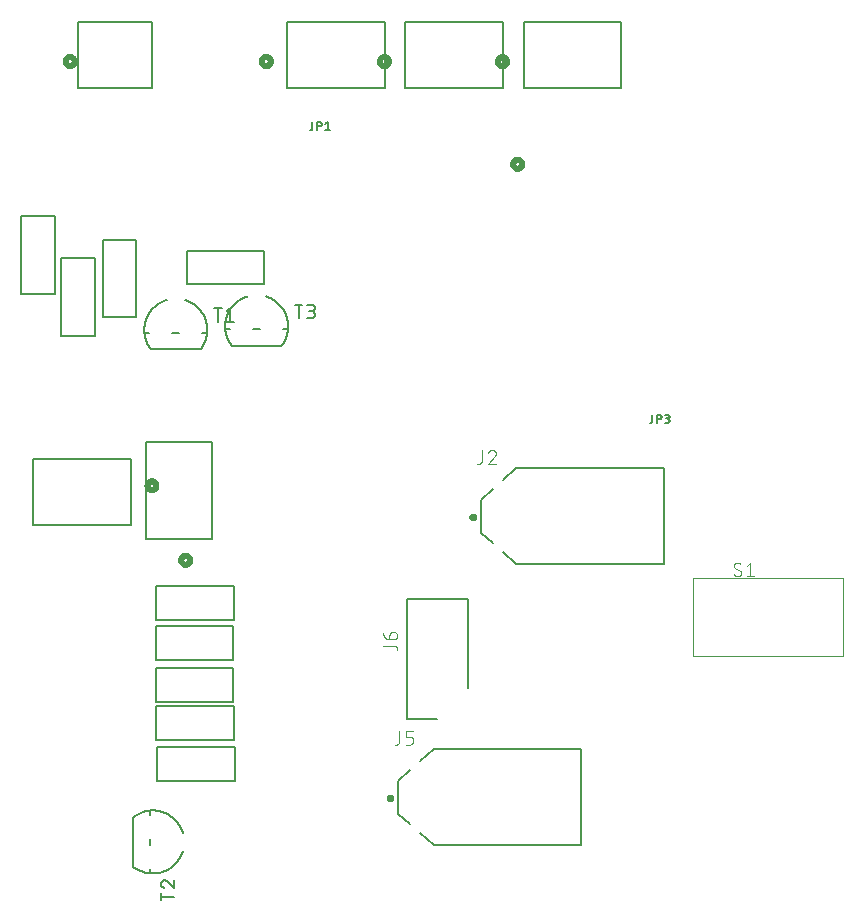
<source format=gbr>
G04 EAGLE Gerber RS-274X export*
G75*
%MOMM*%
%FSLAX34Y34*%
%LPD*%
%INSilkscreen Top*%
%IPPOS*%
%AMOC8*
5,1,8,0,0,1.08239X$1,22.5*%
G01*
%ADD10C,0.152400*%
%ADD11C,0.508000*%
%ADD12C,0.100000*%
%ADD13C,0.101600*%
%ADD14C,0.127000*%
%ADD15C,0.300000*%
%ADD16C,0.200000*%


D10*
X289801Y668854D02*
X289801Y663718D01*
X289802Y663718D02*
X289800Y663644D01*
X289794Y663569D01*
X289785Y663496D01*
X289772Y663422D01*
X289755Y663350D01*
X289735Y663279D01*
X289711Y663208D01*
X289683Y663139D01*
X289652Y663071D01*
X289618Y663006D01*
X289580Y662941D01*
X289539Y662879D01*
X289495Y662819D01*
X289448Y662762D01*
X289398Y662707D01*
X289345Y662654D01*
X289290Y662604D01*
X289233Y662557D01*
X289173Y662513D01*
X289111Y662472D01*
X289046Y662434D01*
X288980Y662400D01*
X288913Y662369D01*
X288844Y662341D01*
X288773Y662317D01*
X288702Y662297D01*
X288629Y662280D01*
X288556Y662267D01*
X288482Y662258D01*
X288408Y662252D01*
X288334Y662250D01*
X287600Y662250D01*
X294067Y662250D02*
X294067Y668854D01*
X295901Y668854D01*
X295986Y668852D01*
X296070Y668846D01*
X296154Y668836D01*
X296238Y668823D01*
X296321Y668805D01*
X296403Y668784D01*
X296484Y668759D01*
X296564Y668730D01*
X296642Y668698D01*
X296718Y668662D01*
X296793Y668622D01*
X296866Y668579D01*
X296937Y668533D01*
X297006Y668484D01*
X297073Y668431D01*
X297137Y668375D01*
X297198Y668317D01*
X297256Y668256D01*
X297312Y668192D01*
X297365Y668125D01*
X297414Y668056D01*
X297460Y667985D01*
X297503Y667912D01*
X297543Y667837D01*
X297579Y667761D01*
X297611Y667683D01*
X297640Y667603D01*
X297665Y667522D01*
X297686Y667440D01*
X297704Y667357D01*
X297717Y667273D01*
X297727Y667189D01*
X297733Y667105D01*
X297735Y667020D01*
X297733Y666935D01*
X297727Y666851D01*
X297717Y666767D01*
X297704Y666683D01*
X297686Y666600D01*
X297665Y666518D01*
X297640Y666437D01*
X297611Y666357D01*
X297579Y666279D01*
X297543Y666203D01*
X297503Y666128D01*
X297460Y666055D01*
X297414Y665984D01*
X297365Y665915D01*
X297312Y665848D01*
X297256Y665784D01*
X297198Y665723D01*
X297137Y665665D01*
X297073Y665609D01*
X297006Y665556D01*
X296937Y665507D01*
X296866Y665461D01*
X296793Y665418D01*
X296718Y665378D01*
X296642Y665342D01*
X296564Y665310D01*
X296484Y665281D01*
X296403Y665256D01*
X296321Y665235D01*
X296238Y665217D01*
X296154Y665204D01*
X296070Y665194D01*
X295986Y665188D01*
X295901Y665186D01*
X295901Y665185D02*
X294067Y665185D01*
X300957Y667386D02*
X302791Y668854D01*
X302791Y662250D01*
X300957Y662250D02*
X304626Y662250D01*
X577576Y420950D02*
X577576Y415814D01*
X577574Y415740D01*
X577568Y415665D01*
X577559Y415592D01*
X577546Y415518D01*
X577529Y415446D01*
X577509Y415375D01*
X577485Y415304D01*
X577457Y415235D01*
X577426Y415167D01*
X577392Y415102D01*
X577354Y415037D01*
X577313Y414975D01*
X577269Y414915D01*
X577222Y414858D01*
X577172Y414803D01*
X577119Y414750D01*
X577064Y414700D01*
X577007Y414653D01*
X576947Y414609D01*
X576885Y414568D01*
X576820Y414530D01*
X576754Y414496D01*
X576687Y414465D01*
X576618Y414437D01*
X576547Y414413D01*
X576476Y414393D01*
X576403Y414376D01*
X576330Y414363D01*
X576256Y414354D01*
X576182Y414348D01*
X576108Y414346D01*
X575374Y414346D01*
X581841Y414346D02*
X581841Y420950D01*
X583675Y420950D01*
X583760Y420948D01*
X583844Y420942D01*
X583928Y420932D01*
X584012Y420919D01*
X584095Y420901D01*
X584177Y420880D01*
X584258Y420855D01*
X584338Y420826D01*
X584416Y420794D01*
X584492Y420758D01*
X584567Y420718D01*
X584640Y420675D01*
X584711Y420629D01*
X584780Y420580D01*
X584847Y420527D01*
X584911Y420471D01*
X584972Y420413D01*
X585030Y420352D01*
X585086Y420288D01*
X585139Y420221D01*
X585188Y420152D01*
X585234Y420081D01*
X585277Y420008D01*
X585317Y419933D01*
X585353Y419857D01*
X585385Y419779D01*
X585414Y419699D01*
X585439Y419618D01*
X585460Y419536D01*
X585478Y419453D01*
X585491Y419369D01*
X585501Y419285D01*
X585507Y419201D01*
X585509Y419116D01*
X585507Y419031D01*
X585501Y418947D01*
X585491Y418863D01*
X585478Y418779D01*
X585460Y418696D01*
X585439Y418614D01*
X585414Y418533D01*
X585385Y418453D01*
X585353Y418375D01*
X585317Y418299D01*
X585277Y418224D01*
X585234Y418151D01*
X585188Y418080D01*
X585139Y418011D01*
X585086Y417944D01*
X585030Y417880D01*
X584972Y417819D01*
X584911Y417761D01*
X584847Y417705D01*
X584780Y417652D01*
X584711Y417603D01*
X584640Y417557D01*
X584567Y417514D01*
X584492Y417474D01*
X584416Y417438D01*
X584338Y417406D01*
X584258Y417377D01*
X584177Y417352D01*
X584095Y417331D01*
X584012Y417313D01*
X583928Y417300D01*
X583844Y417290D01*
X583760Y417284D01*
X583675Y417282D01*
X583675Y417281D02*
X581841Y417281D01*
X588731Y414346D02*
X590566Y414346D01*
X590651Y414348D01*
X590735Y414354D01*
X590819Y414364D01*
X590903Y414377D01*
X590986Y414395D01*
X591068Y414416D01*
X591149Y414441D01*
X591229Y414470D01*
X591307Y414502D01*
X591383Y414538D01*
X591458Y414578D01*
X591531Y414621D01*
X591602Y414667D01*
X591671Y414716D01*
X591738Y414769D01*
X591802Y414825D01*
X591863Y414883D01*
X591921Y414944D01*
X591977Y415008D01*
X592030Y415075D01*
X592079Y415144D01*
X592125Y415215D01*
X592168Y415288D01*
X592208Y415363D01*
X592244Y415439D01*
X592276Y415517D01*
X592305Y415597D01*
X592330Y415678D01*
X592351Y415760D01*
X592369Y415843D01*
X592382Y415927D01*
X592392Y416011D01*
X592398Y416095D01*
X592400Y416180D01*
X592398Y416265D01*
X592392Y416349D01*
X592382Y416433D01*
X592369Y416517D01*
X592351Y416600D01*
X592330Y416682D01*
X592305Y416763D01*
X592276Y416843D01*
X592244Y416921D01*
X592208Y416997D01*
X592168Y417072D01*
X592125Y417145D01*
X592079Y417216D01*
X592030Y417285D01*
X591977Y417352D01*
X591921Y417416D01*
X591863Y417477D01*
X591802Y417535D01*
X591738Y417591D01*
X591671Y417644D01*
X591602Y417693D01*
X591531Y417739D01*
X591458Y417782D01*
X591383Y417822D01*
X591307Y417858D01*
X591229Y417890D01*
X591149Y417919D01*
X591068Y417944D01*
X590986Y417965D01*
X590903Y417983D01*
X590819Y417996D01*
X590735Y418006D01*
X590651Y418012D01*
X590566Y418014D01*
X590932Y420950D02*
X588731Y420950D01*
X590932Y420950D02*
X591008Y420948D01*
X591083Y420942D01*
X591158Y420933D01*
X591232Y420919D01*
X591306Y420902D01*
X591378Y420880D01*
X591450Y420856D01*
X591520Y420827D01*
X591588Y420795D01*
X591655Y420760D01*
X591720Y420721D01*
X591783Y420678D01*
X591843Y420633D01*
X591901Y420585D01*
X591957Y420533D01*
X592009Y420479D01*
X592059Y420422D01*
X592106Y420363D01*
X592150Y420302D01*
X592191Y420238D01*
X592228Y420172D01*
X592262Y420104D01*
X592292Y420035D01*
X592319Y419964D01*
X592342Y419892D01*
X592361Y419819D01*
X592376Y419745D01*
X592388Y419670D01*
X592396Y419595D01*
X592400Y419520D01*
X592400Y419444D01*
X592396Y419369D01*
X592388Y419294D01*
X592376Y419219D01*
X592361Y419145D01*
X592342Y419072D01*
X592319Y419000D01*
X592292Y418929D01*
X592262Y418860D01*
X592228Y418792D01*
X592191Y418726D01*
X592150Y418662D01*
X592106Y418601D01*
X592059Y418542D01*
X592009Y418485D01*
X591957Y418431D01*
X591901Y418379D01*
X591843Y418331D01*
X591783Y418286D01*
X591720Y418243D01*
X591655Y418204D01*
X591588Y418169D01*
X591520Y418137D01*
X591450Y418108D01*
X591378Y418084D01*
X591306Y418062D01*
X591232Y418045D01*
X591158Y418031D01*
X591083Y418022D01*
X591008Y418016D01*
X590932Y418014D01*
X590932Y418015D02*
X589465Y418015D01*
X351214Y697648D02*
X268664Y697648D01*
X351214Y697648D02*
X351214Y753274D01*
X268664Y753274D01*
X268664Y697648D01*
D11*
X254694Y720000D02*
X254692Y719878D01*
X254686Y719756D01*
X254676Y719634D01*
X254663Y719513D01*
X254645Y719392D01*
X254624Y719272D01*
X254598Y719152D01*
X254569Y719034D01*
X254537Y718916D01*
X254500Y718799D01*
X254460Y718684D01*
X254416Y718570D01*
X254368Y718458D01*
X254317Y718347D01*
X254262Y718238D01*
X254204Y718130D01*
X254142Y718025D01*
X254077Y717922D01*
X254009Y717820D01*
X253937Y717721D01*
X253863Y717625D01*
X253785Y717530D01*
X253704Y717439D01*
X253621Y717349D01*
X253535Y717263D01*
X253445Y717180D01*
X253354Y717099D01*
X253259Y717021D01*
X253163Y716947D01*
X253064Y716875D01*
X252962Y716807D01*
X252859Y716742D01*
X252754Y716680D01*
X252646Y716622D01*
X252537Y716567D01*
X252426Y716516D01*
X252314Y716468D01*
X252200Y716424D01*
X252085Y716384D01*
X251968Y716347D01*
X251850Y716315D01*
X251732Y716286D01*
X251612Y716260D01*
X251492Y716239D01*
X251371Y716221D01*
X251250Y716208D01*
X251128Y716198D01*
X251006Y716192D01*
X250884Y716190D01*
X250762Y716192D01*
X250640Y716198D01*
X250518Y716208D01*
X250397Y716221D01*
X250276Y716239D01*
X250156Y716260D01*
X250036Y716286D01*
X249918Y716315D01*
X249800Y716347D01*
X249683Y716384D01*
X249568Y716424D01*
X249454Y716468D01*
X249342Y716516D01*
X249231Y716567D01*
X249122Y716622D01*
X249014Y716680D01*
X248909Y716742D01*
X248806Y716807D01*
X248704Y716875D01*
X248605Y716947D01*
X248509Y717021D01*
X248414Y717099D01*
X248323Y717180D01*
X248233Y717263D01*
X248147Y717349D01*
X248064Y717439D01*
X247983Y717530D01*
X247905Y717625D01*
X247831Y717721D01*
X247759Y717820D01*
X247691Y717922D01*
X247626Y718025D01*
X247564Y718130D01*
X247506Y718238D01*
X247451Y718347D01*
X247400Y718458D01*
X247352Y718570D01*
X247308Y718684D01*
X247268Y718799D01*
X247231Y718916D01*
X247199Y719034D01*
X247170Y719152D01*
X247144Y719272D01*
X247123Y719392D01*
X247105Y719513D01*
X247092Y719634D01*
X247082Y719756D01*
X247076Y719878D01*
X247074Y720000D01*
X247076Y720122D01*
X247082Y720244D01*
X247092Y720366D01*
X247105Y720487D01*
X247123Y720608D01*
X247144Y720728D01*
X247170Y720848D01*
X247199Y720966D01*
X247231Y721084D01*
X247268Y721201D01*
X247308Y721316D01*
X247352Y721430D01*
X247400Y721542D01*
X247451Y721653D01*
X247506Y721762D01*
X247564Y721870D01*
X247626Y721975D01*
X247691Y722078D01*
X247759Y722180D01*
X247831Y722279D01*
X247905Y722375D01*
X247983Y722470D01*
X248064Y722561D01*
X248147Y722651D01*
X248233Y722737D01*
X248323Y722820D01*
X248414Y722901D01*
X248509Y722979D01*
X248605Y723053D01*
X248704Y723125D01*
X248806Y723193D01*
X248909Y723258D01*
X249014Y723320D01*
X249122Y723378D01*
X249231Y723433D01*
X249342Y723484D01*
X249454Y723532D01*
X249568Y723576D01*
X249683Y723616D01*
X249800Y723653D01*
X249918Y723685D01*
X250036Y723714D01*
X250156Y723740D01*
X250276Y723761D01*
X250397Y723779D01*
X250518Y723792D01*
X250640Y723802D01*
X250762Y723808D01*
X250884Y723810D01*
X251006Y723808D01*
X251128Y723802D01*
X251250Y723792D01*
X251371Y723779D01*
X251492Y723761D01*
X251612Y723740D01*
X251732Y723714D01*
X251850Y723685D01*
X251968Y723653D01*
X252085Y723616D01*
X252200Y723576D01*
X252314Y723532D01*
X252426Y723484D01*
X252537Y723433D01*
X252646Y723378D01*
X252754Y723320D01*
X252859Y723258D01*
X252962Y723193D01*
X253064Y723125D01*
X253163Y723053D01*
X253259Y722979D01*
X253354Y722901D01*
X253445Y722820D01*
X253535Y722737D01*
X253621Y722651D01*
X253704Y722561D01*
X253785Y722470D01*
X253863Y722375D01*
X253937Y722279D01*
X254009Y722180D01*
X254077Y722078D01*
X254142Y721975D01*
X254204Y721870D01*
X254262Y721762D01*
X254317Y721653D01*
X254368Y721542D01*
X254416Y721430D01*
X254460Y721316D01*
X254500Y721201D01*
X254537Y721084D01*
X254569Y720966D01*
X254598Y720848D01*
X254624Y720728D01*
X254645Y720608D01*
X254663Y720487D01*
X254676Y720366D01*
X254686Y720244D01*
X254692Y720122D01*
X254694Y720000D01*
D10*
X153688Y753274D02*
X91204Y753274D01*
X91204Y697648D01*
X153688Y697648D01*
X153688Y753274D01*
D11*
X88664Y720000D02*
X88662Y720122D01*
X88656Y720244D01*
X88646Y720366D01*
X88633Y720487D01*
X88615Y720608D01*
X88594Y720728D01*
X88568Y720848D01*
X88539Y720966D01*
X88507Y721084D01*
X88470Y721201D01*
X88430Y721316D01*
X88386Y721430D01*
X88338Y721542D01*
X88287Y721653D01*
X88232Y721762D01*
X88174Y721870D01*
X88112Y721975D01*
X88047Y722078D01*
X87979Y722180D01*
X87907Y722279D01*
X87833Y722375D01*
X87755Y722470D01*
X87674Y722561D01*
X87591Y722651D01*
X87505Y722737D01*
X87415Y722820D01*
X87324Y722901D01*
X87229Y722979D01*
X87133Y723053D01*
X87034Y723125D01*
X86932Y723193D01*
X86829Y723258D01*
X86724Y723320D01*
X86616Y723378D01*
X86507Y723433D01*
X86396Y723484D01*
X86284Y723532D01*
X86170Y723576D01*
X86055Y723616D01*
X85938Y723653D01*
X85820Y723685D01*
X85702Y723714D01*
X85582Y723740D01*
X85462Y723761D01*
X85341Y723779D01*
X85220Y723792D01*
X85098Y723802D01*
X84976Y723808D01*
X84854Y723810D01*
X84732Y723808D01*
X84610Y723802D01*
X84488Y723792D01*
X84367Y723779D01*
X84246Y723761D01*
X84126Y723740D01*
X84006Y723714D01*
X83888Y723685D01*
X83770Y723653D01*
X83653Y723616D01*
X83538Y723576D01*
X83424Y723532D01*
X83312Y723484D01*
X83201Y723433D01*
X83092Y723378D01*
X82984Y723320D01*
X82879Y723258D01*
X82776Y723193D01*
X82674Y723125D01*
X82575Y723053D01*
X82479Y722979D01*
X82384Y722901D01*
X82293Y722820D01*
X82203Y722737D01*
X82117Y722651D01*
X82034Y722561D01*
X81953Y722470D01*
X81875Y722375D01*
X81801Y722279D01*
X81729Y722180D01*
X81661Y722078D01*
X81596Y721975D01*
X81534Y721870D01*
X81476Y721762D01*
X81421Y721653D01*
X81370Y721542D01*
X81322Y721430D01*
X81278Y721316D01*
X81238Y721201D01*
X81201Y721084D01*
X81169Y720966D01*
X81140Y720848D01*
X81114Y720728D01*
X81093Y720608D01*
X81075Y720487D01*
X81062Y720366D01*
X81052Y720244D01*
X81046Y720122D01*
X81044Y720000D01*
X81046Y719878D01*
X81052Y719756D01*
X81062Y719634D01*
X81075Y719513D01*
X81093Y719392D01*
X81114Y719272D01*
X81140Y719152D01*
X81169Y719034D01*
X81201Y718916D01*
X81238Y718799D01*
X81278Y718684D01*
X81322Y718570D01*
X81370Y718458D01*
X81421Y718347D01*
X81476Y718238D01*
X81534Y718130D01*
X81596Y718025D01*
X81661Y717922D01*
X81729Y717820D01*
X81801Y717721D01*
X81875Y717625D01*
X81953Y717530D01*
X82034Y717439D01*
X82117Y717349D01*
X82203Y717263D01*
X82293Y717180D01*
X82384Y717099D01*
X82479Y717021D01*
X82575Y716947D01*
X82674Y716875D01*
X82776Y716807D01*
X82879Y716742D01*
X82984Y716680D01*
X83092Y716622D01*
X83201Y716567D01*
X83312Y716516D01*
X83424Y716468D01*
X83538Y716424D01*
X83653Y716384D01*
X83770Y716347D01*
X83888Y716315D01*
X84006Y716286D01*
X84126Y716260D01*
X84246Y716239D01*
X84367Y716221D01*
X84488Y716208D01*
X84610Y716198D01*
X84732Y716192D01*
X84854Y716190D01*
X84976Y716192D01*
X85098Y716198D01*
X85220Y716208D01*
X85341Y716221D01*
X85462Y716239D01*
X85582Y716260D01*
X85702Y716286D01*
X85820Y716315D01*
X85938Y716347D01*
X86055Y716384D01*
X86170Y716424D01*
X86284Y716468D01*
X86396Y716516D01*
X86507Y716567D01*
X86616Y716622D01*
X86724Y716680D01*
X86829Y716742D01*
X86932Y716807D01*
X87034Y716875D01*
X87133Y716947D01*
X87229Y717021D01*
X87324Y717099D01*
X87415Y717180D01*
X87505Y717263D01*
X87591Y717349D01*
X87674Y717439D01*
X87755Y717530D01*
X87833Y717625D01*
X87907Y717721D01*
X87979Y717820D01*
X88047Y717922D01*
X88112Y718025D01*
X88174Y718130D01*
X88232Y718238D01*
X88287Y718347D01*
X88338Y718458D01*
X88386Y718570D01*
X88430Y718684D01*
X88470Y718799D01*
X88507Y718916D01*
X88539Y719034D01*
X88568Y719152D01*
X88594Y719272D01*
X88615Y719392D01*
X88633Y719513D01*
X88646Y719634D01*
X88656Y719756D01*
X88662Y719878D01*
X88664Y720000D01*
D10*
X205022Y398194D02*
X205022Y315644D01*
X205022Y398194D02*
X149396Y398194D01*
X149396Y315644D01*
X205022Y315644D01*
D11*
X182670Y301674D02*
X182792Y301672D01*
X182914Y301666D01*
X183036Y301656D01*
X183157Y301643D01*
X183278Y301625D01*
X183398Y301604D01*
X183518Y301578D01*
X183636Y301549D01*
X183754Y301517D01*
X183871Y301480D01*
X183986Y301440D01*
X184100Y301396D01*
X184212Y301348D01*
X184323Y301297D01*
X184432Y301242D01*
X184540Y301184D01*
X184645Y301122D01*
X184748Y301057D01*
X184850Y300989D01*
X184949Y300917D01*
X185045Y300843D01*
X185140Y300765D01*
X185231Y300684D01*
X185321Y300601D01*
X185407Y300515D01*
X185490Y300425D01*
X185571Y300334D01*
X185649Y300239D01*
X185723Y300143D01*
X185795Y300044D01*
X185863Y299942D01*
X185928Y299839D01*
X185990Y299734D01*
X186048Y299626D01*
X186103Y299517D01*
X186154Y299406D01*
X186202Y299294D01*
X186246Y299180D01*
X186286Y299065D01*
X186323Y298948D01*
X186355Y298830D01*
X186384Y298712D01*
X186410Y298592D01*
X186431Y298472D01*
X186449Y298351D01*
X186462Y298230D01*
X186472Y298108D01*
X186478Y297986D01*
X186480Y297864D01*
X186478Y297742D01*
X186472Y297620D01*
X186462Y297498D01*
X186449Y297377D01*
X186431Y297256D01*
X186410Y297136D01*
X186384Y297016D01*
X186355Y296898D01*
X186323Y296780D01*
X186286Y296663D01*
X186246Y296548D01*
X186202Y296434D01*
X186154Y296322D01*
X186103Y296211D01*
X186048Y296102D01*
X185990Y295994D01*
X185928Y295889D01*
X185863Y295786D01*
X185795Y295684D01*
X185723Y295585D01*
X185649Y295489D01*
X185571Y295394D01*
X185490Y295303D01*
X185407Y295213D01*
X185321Y295127D01*
X185231Y295044D01*
X185140Y294963D01*
X185045Y294885D01*
X184949Y294811D01*
X184850Y294739D01*
X184748Y294671D01*
X184645Y294606D01*
X184540Y294544D01*
X184432Y294486D01*
X184323Y294431D01*
X184212Y294380D01*
X184100Y294332D01*
X183986Y294288D01*
X183871Y294248D01*
X183754Y294211D01*
X183636Y294179D01*
X183518Y294150D01*
X183398Y294124D01*
X183278Y294103D01*
X183157Y294085D01*
X183036Y294072D01*
X182914Y294062D01*
X182792Y294056D01*
X182670Y294054D01*
X182548Y294056D01*
X182426Y294062D01*
X182304Y294072D01*
X182183Y294085D01*
X182062Y294103D01*
X181942Y294124D01*
X181822Y294150D01*
X181704Y294179D01*
X181586Y294211D01*
X181469Y294248D01*
X181354Y294288D01*
X181240Y294332D01*
X181128Y294380D01*
X181017Y294431D01*
X180908Y294486D01*
X180800Y294544D01*
X180695Y294606D01*
X180592Y294671D01*
X180490Y294739D01*
X180391Y294811D01*
X180295Y294885D01*
X180200Y294963D01*
X180109Y295044D01*
X180019Y295127D01*
X179933Y295213D01*
X179850Y295303D01*
X179769Y295394D01*
X179691Y295489D01*
X179617Y295585D01*
X179545Y295684D01*
X179477Y295786D01*
X179412Y295889D01*
X179350Y295994D01*
X179292Y296102D01*
X179237Y296211D01*
X179186Y296322D01*
X179138Y296434D01*
X179094Y296548D01*
X179054Y296663D01*
X179017Y296780D01*
X178985Y296898D01*
X178956Y297016D01*
X178930Y297136D01*
X178909Y297256D01*
X178891Y297377D01*
X178878Y297498D01*
X178868Y297620D01*
X178862Y297742D01*
X178860Y297864D01*
X178862Y297986D01*
X178868Y298108D01*
X178878Y298230D01*
X178891Y298351D01*
X178909Y298472D01*
X178930Y298592D01*
X178956Y298712D01*
X178985Y298830D01*
X179017Y298948D01*
X179054Y299065D01*
X179094Y299180D01*
X179138Y299294D01*
X179186Y299406D01*
X179237Y299517D01*
X179292Y299626D01*
X179350Y299734D01*
X179412Y299839D01*
X179477Y299942D01*
X179545Y300044D01*
X179617Y300143D01*
X179691Y300239D01*
X179769Y300334D01*
X179850Y300425D01*
X179933Y300515D01*
X180019Y300601D01*
X180109Y300684D01*
X180200Y300765D01*
X180295Y300843D01*
X180391Y300917D01*
X180490Y300989D01*
X180592Y301057D01*
X180695Y301122D01*
X180800Y301184D01*
X180908Y301242D01*
X181017Y301297D01*
X181128Y301348D01*
X181240Y301396D01*
X181354Y301440D01*
X181469Y301480D01*
X181586Y301517D01*
X181704Y301549D01*
X181822Y301578D01*
X181942Y301604D01*
X182062Y301625D01*
X182183Y301643D01*
X182304Y301656D01*
X182426Y301666D01*
X182548Y301672D01*
X182670Y301674D01*
D10*
X136306Y383212D02*
X53756Y383212D01*
X53756Y327586D01*
X136306Y327586D01*
X136306Y383212D01*
D11*
X150276Y360860D02*
X150278Y360982D01*
X150284Y361104D01*
X150294Y361226D01*
X150307Y361347D01*
X150325Y361468D01*
X150346Y361588D01*
X150372Y361708D01*
X150401Y361826D01*
X150433Y361944D01*
X150470Y362061D01*
X150510Y362176D01*
X150554Y362290D01*
X150602Y362402D01*
X150653Y362513D01*
X150708Y362622D01*
X150766Y362730D01*
X150828Y362835D01*
X150893Y362938D01*
X150961Y363040D01*
X151033Y363139D01*
X151107Y363235D01*
X151185Y363330D01*
X151266Y363421D01*
X151349Y363511D01*
X151435Y363597D01*
X151525Y363680D01*
X151616Y363761D01*
X151711Y363839D01*
X151807Y363913D01*
X151906Y363985D01*
X152008Y364053D01*
X152111Y364118D01*
X152216Y364180D01*
X152324Y364238D01*
X152433Y364293D01*
X152544Y364344D01*
X152656Y364392D01*
X152770Y364436D01*
X152885Y364476D01*
X153002Y364513D01*
X153120Y364545D01*
X153238Y364574D01*
X153358Y364600D01*
X153478Y364621D01*
X153599Y364639D01*
X153720Y364652D01*
X153842Y364662D01*
X153964Y364668D01*
X154086Y364670D01*
X154208Y364668D01*
X154330Y364662D01*
X154452Y364652D01*
X154573Y364639D01*
X154694Y364621D01*
X154814Y364600D01*
X154934Y364574D01*
X155052Y364545D01*
X155170Y364513D01*
X155287Y364476D01*
X155402Y364436D01*
X155516Y364392D01*
X155628Y364344D01*
X155739Y364293D01*
X155848Y364238D01*
X155956Y364180D01*
X156061Y364118D01*
X156164Y364053D01*
X156266Y363985D01*
X156365Y363913D01*
X156461Y363839D01*
X156556Y363761D01*
X156647Y363680D01*
X156737Y363597D01*
X156823Y363511D01*
X156906Y363421D01*
X156987Y363330D01*
X157065Y363235D01*
X157139Y363139D01*
X157211Y363040D01*
X157279Y362938D01*
X157344Y362835D01*
X157406Y362730D01*
X157464Y362622D01*
X157519Y362513D01*
X157570Y362402D01*
X157618Y362290D01*
X157662Y362176D01*
X157702Y362061D01*
X157739Y361944D01*
X157771Y361826D01*
X157800Y361708D01*
X157826Y361588D01*
X157847Y361468D01*
X157865Y361347D01*
X157878Y361226D01*
X157888Y361104D01*
X157894Y360982D01*
X157896Y360860D01*
X157894Y360738D01*
X157888Y360616D01*
X157878Y360494D01*
X157865Y360373D01*
X157847Y360252D01*
X157826Y360132D01*
X157800Y360012D01*
X157771Y359894D01*
X157739Y359776D01*
X157702Y359659D01*
X157662Y359544D01*
X157618Y359430D01*
X157570Y359318D01*
X157519Y359207D01*
X157464Y359098D01*
X157406Y358990D01*
X157344Y358885D01*
X157279Y358782D01*
X157211Y358680D01*
X157139Y358581D01*
X157065Y358485D01*
X156987Y358390D01*
X156906Y358299D01*
X156823Y358209D01*
X156737Y358123D01*
X156647Y358040D01*
X156556Y357959D01*
X156461Y357881D01*
X156365Y357807D01*
X156266Y357735D01*
X156164Y357667D01*
X156061Y357602D01*
X155956Y357540D01*
X155848Y357482D01*
X155739Y357427D01*
X155628Y357376D01*
X155516Y357328D01*
X155402Y357284D01*
X155287Y357244D01*
X155170Y357207D01*
X155052Y357175D01*
X154934Y357146D01*
X154814Y357120D01*
X154694Y357099D01*
X154573Y357081D01*
X154452Y357068D01*
X154330Y357058D01*
X154208Y357052D01*
X154086Y357050D01*
X153964Y357052D01*
X153842Y357058D01*
X153720Y357068D01*
X153599Y357081D01*
X153478Y357099D01*
X153358Y357120D01*
X153238Y357146D01*
X153120Y357175D01*
X153002Y357207D01*
X152885Y357244D01*
X152770Y357284D01*
X152656Y357328D01*
X152544Y357376D01*
X152433Y357427D01*
X152324Y357482D01*
X152216Y357540D01*
X152111Y357602D01*
X152008Y357667D01*
X151906Y357735D01*
X151807Y357807D01*
X151711Y357881D01*
X151616Y357959D01*
X151525Y358040D01*
X151435Y358123D01*
X151349Y358209D01*
X151266Y358299D01*
X151185Y358390D01*
X151107Y358485D01*
X151033Y358581D01*
X150961Y358680D01*
X150893Y358782D01*
X150828Y358885D01*
X150766Y358990D01*
X150708Y359098D01*
X150653Y359207D01*
X150602Y359318D01*
X150554Y359430D01*
X150510Y359544D01*
X150470Y359659D01*
X150433Y359776D01*
X150401Y359894D01*
X150372Y360012D01*
X150346Y360132D01*
X150325Y360252D01*
X150307Y360373D01*
X150294Y360494D01*
X150284Y360616D01*
X150278Y360738D01*
X150276Y360860D01*
D12*
X611740Y282970D02*
X738740Y282970D01*
X738740Y216970D01*
X611740Y216970D01*
X611740Y282970D01*
D13*
X650365Y284128D02*
X650464Y284130D01*
X650564Y284136D01*
X650663Y284145D01*
X650761Y284158D01*
X650859Y284175D01*
X650957Y284196D01*
X651053Y284221D01*
X651148Y284249D01*
X651242Y284281D01*
X651335Y284316D01*
X651427Y284355D01*
X651517Y284398D01*
X651605Y284443D01*
X651692Y284493D01*
X651776Y284545D01*
X651859Y284601D01*
X651939Y284659D01*
X652017Y284721D01*
X652092Y284786D01*
X652165Y284854D01*
X652235Y284924D01*
X652303Y284997D01*
X652368Y285072D01*
X652430Y285150D01*
X652488Y285230D01*
X652544Y285313D01*
X652596Y285397D01*
X652646Y285484D01*
X652691Y285572D01*
X652734Y285662D01*
X652773Y285754D01*
X652808Y285847D01*
X652840Y285941D01*
X652868Y286036D01*
X652893Y286132D01*
X652914Y286230D01*
X652931Y286328D01*
X652944Y286426D01*
X652953Y286525D01*
X652959Y286625D01*
X652961Y286724D01*
X650365Y284128D02*
X650221Y284130D01*
X650076Y284136D01*
X649932Y284145D01*
X649789Y284158D01*
X649645Y284175D01*
X649502Y284196D01*
X649360Y284221D01*
X649219Y284249D01*
X649078Y284281D01*
X648938Y284317D01*
X648799Y284356D01*
X648661Y284399D01*
X648525Y284446D01*
X648389Y284496D01*
X648255Y284550D01*
X648123Y284607D01*
X647992Y284668D01*
X647863Y284732D01*
X647735Y284800D01*
X647609Y284870D01*
X647485Y284945D01*
X647364Y285022D01*
X647244Y285103D01*
X647126Y285186D01*
X647011Y285273D01*
X646898Y285363D01*
X646787Y285456D01*
X646679Y285551D01*
X646573Y285650D01*
X646470Y285751D01*
X646795Y293216D02*
X646797Y293315D01*
X646803Y293415D01*
X646812Y293514D01*
X646825Y293612D01*
X646842Y293710D01*
X646863Y293808D01*
X646888Y293904D01*
X646916Y293999D01*
X646948Y294093D01*
X646983Y294186D01*
X647022Y294278D01*
X647065Y294368D01*
X647110Y294456D01*
X647160Y294543D01*
X647212Y294627D01*
X647268Y294710D01*
X647326Y294790D01*
X647388Y294868D01*
X647453Y294943D01*
X647521Y295016D01*
X647591Y295086D01*
X647664Y295154D01*
X647739Y295219D01*
X647817Y295281D01*
X647897Y295339D01*
X647980Y295395D01*
X648064Y295447D01*
X648151Y295497D01*
X648239Y295542D01*
X648329Y295585D01*
X648421Y295624D01*
X648514Y295659D01*
X648608Y295691D01*
X648703Y295719D01*
X648800Y295744D01*
X648897Y295765D01*
X648995Y295782D01*
X649093Y295795D01*
X649192Y295804D01*
X649292Y295810D01*
X649391Y295812D01*
X649527Y295810D01*
X649663Y295804D01*
X649799Y295795D01*
X649935Y295782D01*
X650070Y295764D01*
X650204Y295744D01*
X650338Y295719D01*
X650472Y295691D01*
X650604Y295658D01*
X650735Y295623D01*
X650866Y295583D01*
X650995Y295540D01*
X651123Y295494D01*
X651249Y295443D01*
X651375Y295390D01*
X651498Y295332D01*
X651620Y295272D01*
X651740Y295208D01*
X651859Y295140D01*
X651975Y295070D01*
X652089Y294996D01*
X652202Y294919D01*
X652312Y294838D01*
X648093Y290944D02*
X648007Y290997D01*
X647923Y291054D01*
X647841Y291113D01*
X647761Y291176D01*
X647684Y291242D01*
X647609Y291310D01*
X647537Y291382D01*
X647468Y291456D01*
X647402Y291533D01*
X647339Y291612D01*
X647279Y291694D01*
X647222Y291778D01*
X647168Y291864D01*
X647118Y291952D01*
X647071Y292042D01*
X647027Y292133D01*
X646988Y292227D01*
X646951Y292321D01*
X646919Y292417D01*
X646890Y292515D01*
X646865Y292613D01*
X646844Y292712D01*
X646826Y292812D01*
X646813Y292912D01*
X646803Y293013D01*
X646797Y293115D01*
X646795Y293216D01*
X651663Y288996D02*
X651749Y288943D01*
X651833Y288886D01*
X651915Y288827D01*
X651995Y288764D01*
X652072Y288698D01*
X652147Y288630D01*
X652219Y288558D01*
X652288Y288484D01*
X652354Y288407D01*
X652417Y288328D01*
X652477Y288246D01*
X652534Y288162D01*
X652588Y288076D01*
X652638Y287988D01*
X652685Y287898D01*
X652729Y287807D01*
X652768Y287713D01*
X652805Y287619D01*
X652837Y287523D01*
X652866Y287425D01*
X652891Y287327D01*
X652912Y287228D01*
X652930Y287128D01*
X652943Y287028D01*
X652953Y286927D01*
X652959Y286825D01*
X652961Y286724D01*
X651663Y288996D02*
X648093Y290944D01*
X657519Y293216D02*
X660765Y295812D01*
X660765Y284128D01*
X664010Y284128D02*
X657519Y284128D01*
D14*
X517620Y137760D02*
X392620Y137760D01*
X517620Y137760D02*
X517620Y56760D01*
X392620Y56760D01*
X362620Y83260D02*
X362620Y111260D01*
X381320Y127760D02*
X392620Y137760D01*
X372820Y120260D02*
X362620Y111260D01*
X381320Y66760D02*
X392620Y56760D01*
X372820Y74260D02*
X362620Y83260D01*
D15*
X354620Y96260D02*
X354622Y96337D01*
X354628Y96414D01*
X354638Y96491D01*
X354652Y96567D01*
X354669Y96642D01*
X354691Y96716D01*
X354716Y96789D01*
X354746Y96861D01*
X354778Y96931D01*
X354815Y96999D01*
X354854Y97065D01*
X354897Y97129D01*
X354944Y97191D01*
X354993Y97250D01*
X355046Y97307D01*
X355101Y97361D01*
X355159Y97412D01*
X355220Y97460D01*
X355283Y97505D01*
X355348Y97546D01*
X355415Y97584D01*
X355484Y97619D01*
X355555Y97649D01*
X355627Y97677D01*
X355701Y97700D01*
X355775Y97720D01*
X355851Y97736D01*
X355927Y97748D01*
X356004Y97756D01*
X356081Y97760D01*
X356159Y97760D01*
X356236Y97756D01*
X356313Y97748D01*
X356389Y97736D01*
X356465Y97720D01*
X356539Y97700D01*
X356613Y97677D01*
X356685Y97649D01*
X356756Y97619D01*
X356825Y97584D01*
X356892Y97546D01*
X356957Y97505D01*
X357020Y97460D01*
X357081Y97412D01*
X357139Y97361D01*
X357194Y97307D01*
X357247Y97250D01*
X357296Y97191D01*
X357343Y97129D01*
X357386Y97065D01*
X357425Y96999D01*
X357462Y96931D01*
X357494Y96861D01*
X357524Y96789D01*
X357549Y96716D01*
X357571Y96642D01*
X357588Y96567D01*
X357602Y96491D01*
X357612Y96414D01*
X357618Y96337D01*
X357620Y96260D01*
X357618Y96183D01*
X357612Y96106D01*
X357602Y96029D01*
X357588Y95953D01*
X357571Y95878D01*
X357549Y95804D01*
X357524Y95731D01*
X357494Y95659D01*
X357462Y95589D01*
X357425Y95521D01*
X357386Y95455D01*
X357343Y95391D01*
X357296Y95329D01*
X357247Y95270D01*
X357194Y95213D01*
X357139Y95159D01*
X357081Y95108D01*
X357020Y95060D01*
X356957Y95015D01*
X356892Y94974D01*
X356825Y94936D01*
X356756Y94901D01*
X356685Y94871D01*
X356613Y94843D01*
X356539Y94820D01*
X356465Y94800D01*
X356389Y94784D01*
X356313Y94772D01*
X356236Y94764D01*
X356159Y94760D01*
X356081Y94760D01*
X356004Y94764D01*
X355927Y94772D01*
X355851Y94784D01*
X355775Y94800D01*
X355701Y94820D01*
X355627Y94843D01*
X355555Y94871D01*
X355484Y94901D01*
X355415Y94936D01*
X355348Y94974D01*
X355283Y95015D01*
X355220Y95060D01*
X355159Y95108D01*
X355101Y95159D01*
X355046Y95213D01*
X354993Y95270D01*
X354944Y95329D01*
X354897Y95391D01*
X354854Y95455D01*
X354815Y95521D01*
X354778Y95589D01*
X354746Y95659D01*
X354716Y95731D01*
X354691Y95804D01*
X354669Y95878D01*
X354652Y95953D01*
X354638Y96029D01*
X354628Y96106D01*
X354622Y96183D01*
X354620Y96260D01*
D13*
X363469Y144397D02*
X363469Y153491D01*
X363469Y144397D02*
X363467Y144297D01*
X363461Y144198D01*
X363452Y144099D01*
X363439Y144000D01*
X363421Y143902D01*
X363401Y143805D01*
X363376Y143709D01*
X363348Y143613D01*
X363316Y143519D01*
X363281Y143426D01*
X363242Y143334D01*
X363199Y143244D01*
X363153Y143156D01*
X363104Y143069D01*
X363052Y142985D01*
X362996Y142902D01*
X362937Y142822D01*
X362875Y142744D01*
X362811Y142668D01*
X362743Y142595D01*
X362673Y142525D01*
X362600Y142457D01*
X362524Y142393D01*
X362446Y142331D01*
X362366Y142272D01*
X362283Y142216D01*
X362199Y142164D01*
X362112Y142115D01*
X362024Y142069D01*
X361934Y142026D01*
X361842Y141987D01*
X361749Y141952D01*
X361655Y141920D01*
X361559Y141892D01*
X361463Y141867D01*
X361366Y141847D01*
X361268Y141829D01*
X361169Y141816D01*
X361070Y141807D01*
X360971Y141801D01*
X360871Y141799D01*
X359572Y141799D01*
X368746Y141799D02*
X372644Y141799D01*
X372744Y141801D01*
X372843Y141807D01*
X372942Y141816D01*
X373041Y141829D01*
X373139Y141847D01*
X373236Y141867D01*
X373332Y141892D01*
X373428Y141920D01*
X373522Y141952D01*
X373615Y141987D01*
X373707Y142026D01*
X373797Y142069D01*
X373885Y142115D01*
X373972Y142164D01*
X374056Y142216D01*
X374139Y142272D01*
X374219Y142331D01*
X374297Y142393D01*
X374373Y142457D01*
X374446Y142525D01*
X374516Y142595D01*
X374584Y142668D01*
X374648Y142744D01*
X374710Y142822D01*
X374769Y142902D01*
X374825Y142985D01*
X374877Y143069D01*
X374926Y143156D01*
X374972Y143244D01*
X375015Y143334D01*
X375054Y143426D01*
X375089Y143519D01*
X375121Y143613D01*
X375149Y143709D01*
X375174Y143805D01*
X375194Y143902D01*
X375212Y144000D01*
X375225Y144099D01*
X375234Y144198D01*
X375240Y144297D01*
X375242Y144397D01*
X375242Y145696D01*
X375240Y145796D01*
X375234Y145895D01*
X375225Y145994D01*
X375212Y146093D01*
X375194Y146191D01*
X375174Y146288D01*
X375149Y146384D01*
X375121Y146480D01*
X375089Y146574D01*
X375054Y146667D01*
X375015Y146759D01*
X374972Y146849D01*
X374926Y146937D01*
X374877Y147024D01*
X374825Y147108D01*
X374769Y147191D01*
X374710Y147271D01*
X374648Y147349D01*
X374584Y147425D01*
X374516Y147498D01*
X374446Y147568D01*
X374373Y147636D01*
X374297Y147700D01*
X374219Y147762D01*
X374139Y147821D01*
X374056Y147877D01*
X373972Y147929D01*
X373885Y147978D01*
X373797Y148024D01*
X373707Y148067D01*
X373615Y148106D01*
X373522Y148141D01*
X373428Y148173D01*
X373332Y148201D01*
X373236Y148226D01*
X373139Y148246D01*
X373041Y148264D01*
X372942Y148277D01*
X372843Y148286D01*
X372744Y148292D01*
X372644Y148294D01*
X372644Y148295D02*
X368746Y148295D01*
X368746Y153491D01*
X375242Y153491D01*
D16*
X421820Y189400D02*
X421820Y265400D01*
X369820Y265400D01*
X369820Y163400D01*
X395820Y163400D01*
D13*
X359066Y225465D02*
X349978Y225465D01*
X359066Y225465D02*
X359165Y225463D01*
X359265Y225457D01*
X359364Y225448D01*
X359462Y225435D01*
X359560Y225418D01*
X359658Y225397D01*
X359754Y225372D01*
X359849Y225344D01*
X359943Y225312D01*
X360036Y225277D01*
X360128Y225238D01*
X360218Y225195D01*
X360306Y225150D01*
X360393Y225100D01*
X360477Y225048D01*
X360560Y224992D01*
X360640Y224934D01*
X360718Y224872D01*
X360793Y224807D01*
X360866Y224739D01*
X360936Y224669D01*
X361004Y224596D01*
X361069Y224521D01*
X361131Y224443D01*
X361189Y224363D01*
X361245Y224280D01*
X361297Y224196D01*
X361347Y224109D01*
X361392Y224021D01*
X361435Y223931D01*
X361474Y223839D01*
X361509Y223746D01*
X361541Y223652D01*
X361569Y223557D01*
X361594Y223461D01*
X361615Y223363D01*
X361632Y223265D01*
X361645Y223167D01*
X361654Y223068D01*
X361660Y222968D01*
X361662Y222869D01*
X361662Y221570D01*
X355171Y230739D02*
X355171Y234633D01*
X355173Y234732D01*
X355179Y234832D01*
X355188Y234931D01*
X355201Y235029D01*
X355218Y235127D01*
X355239Y235225D01*
X355264Y235321D01*
X355292Y235416D01*
X355324Y235510D01*
X355359Y235603D01*
X355398Y235695D01*
X355441Y235785D01*
X355486Y235873D01*
X355536Y235960D01*
X355588Y236044D01*
X355644Y236127D01*
X355702Y236207D01*
X355764Y236285D01*
X355829Y236360D01*
X355897Y236433D01*
X355967Y236503D01*
X356040Y236571D01*
X356115Y236636D01*
X356193Y236698D01*
X356273Y236756D01*
X356356Y236812D01*
X356440Y236864D01*
X356527Y236914D01*
X356615Y236959D01*
X356705Y237002D01*
X356797Y237041D01*
X356890Y237076D01*
X356984Y237108D01*
X357079Y237136D01*
X357175Y237161D01*
X357273Y237182D01*
X357371Y237199D01*
X357469Y237212D01*
X357568Y237221D01*
X357668Y237227D01*
X357767Y237229D01*
X357767Y237230D02*
X358416Y237230D01*
X358529Y237228D01*
X358642Y237222D01*
X358755Y237212D01*
X358868Y237198D01*
X358980Y237181D01*
X359091Y237159D01*
X359201Y237134D01*
X359311Y237104D01*
X359419Y237071D01*
X359526Y237034D01*
X359632Y236994D01*
X359736Y236949D01*
X359839Y236901D01*
X359940Y236850D01*
X360039Y236795D01*
X360136Y236737D01*
X360231Y236675D01*
X360324Y236610D01*
X360414Y236542D01*
X360502Y236471D01*
X360588Y236396D01*
X360671Y236319D01*
X360751Y236239D01*
X360828Y236156D01*
X360903Y236070D01*
X360974Y235982D01*
X361042Y235892D01*
X361107Y235799D01*
X361169Y235704D01*
X361227Y235607D01*
X361282Y235508D01*
X361333Y235407D01*
X361381Y235304D01*
X361426Y235200D01*
X361466Y235094D01*
X361503Y234987D01*
X361536Y234879D01*
X361566Y234769D01*
X361591Y234659D01*
X361613Y234548D01*
X361630Y234436D01*
X361644Y234323D01*
X361654Y234210D01*
X361660Y234097D01*
X361662Y233984D01*
X361660Y233871D01*
X361654Y233758D01*
X361644Y233645D01*
X361630Y233532D01*
X361613Y233420D01*
X361591Y233309D01*
X361566Y233199D01*
X361536Y233089D01*
X361503Y232981D01*
X361466Y232874D01*
X361426Y232768D01*
X361381Y232664D01*
X361333Y232561D01*
X361282Y232460D01*
X361227Y232361D01*
X361169Y232264D01*
X361107Y232169D01*
X361042Y232076D01*
X360974Y231986D01*
X360903Y231898D01*
X360828Y231812D01*
X360751Y231729D01*
X360671Y231649D01*
X360588Y231572D01*
X360502Y231497D01*
X360414Y231426D01*
X360324Y231358D01*
X360231Y231293D01*
X360136Y231231D01*
X360039Y231173D01*
X359940Y231118D01*
X359839Y231067D01*
X359736Y231019D01*
X359632Y230974D01*
X359526Y230934D01*
X359419Y230897D01*
X359311Y230864D01*
X359201Y230834D01*
X359091Y230809D01*
X358980Y230787D01*
X358868Y230770D01*
X358755Y230756D01*
X358642Y230746D01*
X358529Y230740D01*
X358416Y230738D01*
X358416Y230739D02*
X355171Y230739D01*
X355171Y230738D02*
X355028Y230740D01*
X354885Y230746D01*
X354742Y230756D01*
X354600Y230770D01*
X354458Y230787D01*
X354316Y230809D01*
X354175Y230834D01*
X354035Y230864D01*
X353896Y230897D01*
X353758Y230934D01*
X353621Y230975D01*
X353485Y231019D01*
X353350Y231068D01*
X353217Y231120D01*
X353085Y231175D01*
X352955Y231235D01*
X352826Y231298D01*
X352699Y231364D01*
X352575Y231434D01*
X352452Y231507D01*
X352331Y231584D01*
X352212Y231663D01*
X352096Y231747D01*
X351981Y231833D01*
X351870Y231922D01*
X351761Y232015D01*
X351654Y232110D01*
X351550Y232209D01*
X351449Y232310D01*
X351350Y232414D01*
X351255Y232520D01*
X351162Y232630D01*
X351073Y232741D01*
X350987Y232855D01*
X350904Y232972D01*
X350824Y233091D01*
X350747Y233212D01*
X350674Y233334D01*
X350604Y233459D01*
X350538Y233586D01*
X350475Y233715D01*
X350415Y233845D01*
X350360Y233977D01*
X350308Y234110D01*
X350259Y234245D01*
X350215Y234381D01*
X350174Y234518D01*
X350137Y234656D01*
X350104Y234795D01*
X350074Y234935D01*
X350049Y235076D01*
X350027Y235218D01*
X350010Y235360D01*
X349996Y235502D01*
X349986Y235645D01*
X349980Y235788D01*
X349978Y235931D01*
D10*
X468664Y697648D02*
X551214Y697648D01*
X551214Y753274D01*
X468664Y753274D01*
X468664Y697648D01*
D11*
X454694Y720000D02*
X454692Y719878D01*
X454686Y719756D01*
X454676Y719634D01*
X454663Y719513D01*
X454645Y719392D01*
X454624Y719272D01*
X454598Y719152D01*
X454569Y719034D01*
X454537Y718916D01*
X454500Y718799D01*
X454460Y718684D01*
X454416Y718570D01*
X454368Y718458D01*
X454317Y718347D01*
X454262Y718238D01*
X454204Y718130D01*
X454142Y718025D01*
X454077Y717922D01*
X454009Y717820D01*
X453937Y717721D01*
X453863Y717625D01*
X453785Y717530D01*
X453704Y717439D01*
X453621Y717349D01*
X453535Y717263D01*
X453445Y717180D01*
X453354Y717099D01*
X453259Y717021D01*
X453163Y716947D01*
X453064Y716875D01*
X452962Y716807D01*
X452859Y716742D01*
X452754Y716680D01*
X452646Y716622D01*
X452537Y716567D01*
X452426Y716516D01*
X452314Y716468D01*
X452200Y716424D01*
X452085Y716384D01*
X451968Y716347D01*
X451850Y716315D01*
X451732Y716286D01*
X451612Y716260D01*
X451492Y716239D01*
X451371Y716221D01*
X451250Y716208D01*
X451128Y716198D01*
X451006Y716192D01*
X450884Y716190D01*
X450762Y716192D01*
X450640Y716198D01*
X450518Y716208D01*
X450397Y716221D01*
X450276Y716239D01*
X450156Y716260D01*
X450036Y716286D01*
X449918Y716315D01*
X449800Y716347D01*
X449683Y716384D01*
X449568Y716424D01*
X449454Y716468D01*
X449342Y716516D01*
X449231Y716567D01*
X449122Y716622D01*
X449014Y716680D01*
X448909Y716742D01*
X448806Y716807D01*
X448704Y716875D01*
X448605Y716947D01*
X448509Y717021D01*
X448414Y717099D01*
X448323Y717180D01*
X448233Y717263D01*
X448147Y717349D01*
X448064Y717439D01*
X447983Y717530D01*
X447905Y717625D01*
X447831Y717721D01*
X447759Y717820D01*
X447691Y717922D01*
X447626Y718025D01*
X447564Y718130D01*
X447506Y718238D01*
X447451Y718347D01*
X447400Y718458D01*
X447352Y718570D01*
X447308Y718684D01*
X447268Y718799D01*
X447231Y718916D01*
X447199Y719034D01*
X447170Y719152D01*
X447144Y719272D01*
X447123Y719392D01*
X447105Y719513D01*
X447092Y719634D01*
X447082Y719756D01*
X447076Y719878D01*
X447074Y720000D01*
X447076Y720122D01*
X447082Y720244D01*
X447092Y720366D01*
X447105Y720487D01*
X447123Y720608D01*
X447144Y720728D01*
X447170Y720848D01*
X447199Y720966D01*
X447231Y721084D01*
X447268Y721201D01*
X447308Y721316D01*
X447352Y721430D01*
X447400Y721542D01*
X447451Y721653D01*
X447506Y721762D01*
X447564Y721870D01*
X447626Y721975D01*
X447691Y722078D01*
X447759Y722180D01*
X447831Y722279D01*
X447905Y722375D01*
X447983Y722470D01*
X448064Y722561D01*
X448147Y722651D01*
X448233Y722737D01*
X448323Y722820D01*
X448414Y722901D01*
X448509Y722979D01*
X448605Y723053D01*
X448704Y723125D01*
X448806Y723193D01*
X448909Y723258D01*
X449014Y723320D01*
X449122Y723378D01*
X449231Y723433D01*
X449342Y723484D01*
X449454Y723532D01*
X449568Y723576D01*
X449683Y723616D01*
X449800Y723653D01*
X449918Y723685D01*
X450036Y723714D01*
X450156Y723740D01*
X450276Y723761D01*
X450397Y723779D01*
X450518Y723792D01*
X450640Y723802D01*
X450762Y723808D01*
X450884Y723810D01*
X451006Y723808D01*
X451128Y723802D01*
X451250Y723792D01*
X451371Y723779D01*
X451492Y723761D01*
X451612Y723740D01*
X451732Y723714D01*
X451850Y723685D01*
X451968Y723653D01*
X452085Y723616D01*
X452200Y723576D01*
X452314Y723532D01*
X452426Y723484D01*
X452537Y723433D01*
X452646Y723378D01*
X452754Y723320D01*
X452859Y723258D01*
X452962Y723193D01*
X453064Y723125D01*
X453163Y723053D01*
X453259Y722979D01*
X453354Y722901D01*
X453445Y722820D01*
X453535Y722737D01*
X453621Y722651D01*
X453704Y722561D01*
X453785Y722470D01*
X453863Y722375D01*
X453937Y722279D01*
X454009Y722180D01*
X454077Y722078D01*
X454142Y721975D01*
X454204Y721870D01*
X454262Y721762D01*
X454317Y721653D01*
X454368Y721542D01*
X454416Y721430D01*
X454460Y721316D01*
X454500Y721201D01*
X454537Y721084D01*
X454569Y720966D01*
X454598Y720848D01*
X454624Y720728D01*
X454645Y720608D01*
X454663Y720487D01*
X454676Y720366D01*
X454686Y720244D01*
X454692Y720122D01*
X454694Y720000D01*
D10*
X451214Y697648D02*
X368664Y697648D01*
X451214Y697648D02*
X451214Y753274D01*
X368664Y753274D01*
X368664Y697648D01*
D11*
X354694Y720000D02*
X354692Y719878D01*
X354686Y719756D01*
X354676Y719634D01*
X354663Y719513D01*
X354645Y719392D01*
X354624Y719272D01*
X354598Y719152D01*
X354569Y719034D01*
X354537Y718916D01*
X354500Y718799D01*
X354460Y718684D01*
X354416Y718570D01*
X354368Y718458D01*
X354317Y718347D01*
X354262Y718238D01*
X354204Y718130D01*
X354142Y718025D01*
X354077Y717922D01*
X354009Y717820D01*
X353937Y717721D01*
X353863Y717625D01*
X353785Y717530D01*
X353704Y717439D01*
X353621Y717349D01*
X353535Y717263D01*
X353445Y717180D01*
X353354Y717099D01*
X353259Y717021D01*
X353163Y716947D01*
X353064Y716875D01*
X352962Y716807D01*
X352859Y716742D01*
X352754Y716680D01*
X352646Y716622D01*
X352537Y716567D01*
X352426Y716516D01*
X352314Y716468D01*
X352200Y716424D01*
X352085Y716384D01*
X351968Y716347D01*
X351850Y716315D01*
X351732Y716286D01*
X351612Y716260D01*
X351492Y716239D01*
X351371Y716221D01*
X351250Y716208D01*
X351128Y716198D01*
X351006Y716192D01*
X350884Y716190D01*
X350762Y716192D01*
X350640Y716198D01*
X350518Y716208D01*
X350397Y716221D01*
X350276Y716239D01*
X350156Y716260D01*
X350036Y716286D01*
X349918Y716315D01*
X349800Y716347D01*
X349683Y716384D01*
X349568Y716424D01*
X349454Y716468D01*
X349342Y716516D01*
X349231Y716567D01*
X349122Y716622D01*
X349014Y716680D01*
X348909Y716742D01*
X348806Y716807D01*
X348704Y716875D01*
X348605Y716947D01*
X348509Y717021D01*
X348414Y717099D01*
X348323Y717180D01*
X348233Y717263D01*
X348147Y717349D01*
X348064Y717439D01*
X347983Y717530D01*
X347905Y717625D01*
X347831Y717721D01*
X347759Y717820D01*
X347691Y717922D01*
X347626Y718025D01*
X347564Y718130D01*
X347506Y718238D01*
X347451Y718347D01*
X347400Y718458D01*
X347352Y718570D01*
X347308Y718684D01*
X347268Y718799D01*
X347231Y718916D01*
X347199Y719034D01*
X347170Y719152D01*
X347144Y719272D01*
X347123Y719392D01*
X347105Y719513D01*
X347092Y719634D01*
X347082Y719756D01*
X347076Y719878D01*
X347074Y720000D01*
X347076Y720122D01*
X347082Y720244D01*
X347092Y720366D01*
X347105Y720487D01*
X347123Y720608D01*
X347144Y720728D01*
X347170Y720848D01*
X347199Y720966D01*
X347231Y721084D01*
X347268Y721201D01*
X347308Y721316D01*
X347352Y721430D01*
X347400Y721542D01*
X347451Y721653D01*
X347506Y721762D01*
X347564Y721870D01*
X347626Y721975D01*
X347691Y722078D01*
X347759Y722180D01*
X347831Y722279D01*
X347905Y722375D01*
X347983Y722470D01*
X348064Y722561D01*
X348147Y722651D01*
X348233Y722737D01*
X348323Y722820D01*
X348414Y722901D01*
X348509Y722979D01*
X348605Y723053D01*
X348704Y723125D01*
X348806Y723193D01*
X348909Y723258D01*
X349014Y723320D01*
X349122Y723378D01*
X349231Y723433D01*
X349342Y723484D01*
X349454Y723532D01*
X349568Y723576D01*
X349683Y723616D01*
X349800Y723653D01*
X349918Y723685D01*
X350036Y723714D01*
X350156Y723740D01*
X350276Y723761D01*
X350397Y723779D01*
X350518Y723792D01*
X350640Y723802D01*
X350762Y723808D01*
X350884Y723810D01*
X351006Y723808D01*
X351128Y723802D01*
X351250Y723792D01*
X351371Y723779D01*
X351492Y723761D01*
X351612Y723740D01*
X351732Y723714D01*
X351850Y723685D01*
X351968Y723653D01*
X352085Y723616D01*
X352200Y723576D01*
X352314Y723532D01*
X352426Y723484D01*
X352537Y723433D01*
X352646Y723378D01*
X352754Y723320D01*
X352859Y723258D01*
X352962Y723193D01*
X353064Y723125D01*
X353163Y723053D01*
X353259Y722979D01*
X353354Y722901D01*
X353445Y722820D01*
X353535Y722737D01*
X353621Y722651D01*
X353704Y722561D01*
X353785Y722470D01*
X353863Y722375D01*
X353937Y722279D01*
X354009Y722180D01*
X354077Y722078D01*
X354142Y721975D01*
X354204Y721870D01*
X354262Y721762D01*
X354317Y721653D01*
X354368Y721542D01*
X354416Y721430D01*
X354460Y721316D01*
X354500Y721201D01*
X354537Y721084D01*
X354569Y720966D01*
X354598Y720848D01*
X354624Y720728D01*
X354645Y720608D01*
X354663Y720487D01*
X354676Y720366D01*
X354686Y720244D01*
X354692Y720122D01*
X354694Y720000D01*
D14*
X462500Y375500D02*
X587500Y375500D01*
X587500Y294500D01*
X462500Y294500D01*
X432500Y321000D02*
X432500Y349000D01*
X451200Y365500D02*
X462500Y375500D01*
X442700Y358000D02*
X432500Y349000D01*
X451200Y304500D02*
X462500Y294500D01*
X442700Y312000D02*
X432500Y321000D01*
D15*
X424500Y334000D02*
X424502Y334077D01*
X424508Y334154D01*
X424518Y334231D01*
X424532Y334307D01*
X424549Y334382D01*
X424571Y334456D01*
X424596Y334529D01*
X424626Y334601D01*
X424658Y334671D01*
X424695Y334739D01*
X424734Y334805D01*
X424777Y334869D01*
X424824Y334931D01*
X424873Y334990D01*
X424926Y335047D01*
X424981Y335101D01*
X425039Y335152D01*
X425100Y335200D01*
X425163Y335245D01*
X425228Y335286D01*
X425295Y335324D01*
X425364Y335359D01*
X425435Y335389D01*
X425507Y335417D01*
X425581Y335440D01*
X425655Y335460D01*
X425731Y335476D01*
X425807Y335488D01*
X425884Y335496D01*
X425961Y335500D01*
X426039Y335500D01*
X426116Y335496D01*
X426193Y335488D01*
X426269Y335476D01*
X426345Y335460D01*
X426419Y335440D01*
X426493Y335417D01*
X426565Y335389D01*
X426636Y335359D01*
X426705Y335324D01*
X426772Y335286D01*
X426837Y335245D01*
X426900Y335200D01*
X426961Y335152D01*
X427019Y335101D01*
X427074Y335047D01*
X427127Y334990D01*
X427176Y334931D01*
X427223Y334869D01*
X427266Y334805D01*
X427305Y334739D01*
X427342Y334671D01*
X427374Y334601D01*
X427404Y334529D01*
X427429Y334456D01*
X427451Y334382D01*
X427468Y334307D01*
X427482Y334231D01*
X427492Y334154D01*
X427498Y334077D01*
X427500Y334000D01*
X427498Y333923D01*
X427492Y333846D01*
X427482Y333769D01*
X427468Y333693D01*
X427451Y333618D01*
X427429Y333544D01*
X427404Y333471D01*
X427374Y333399D01*
X427342Y333329D01*
X427305Y333261D01*
X427266Y333195D01*
X427223Y333131D01*
X427176Y333069D01*
X427127Y333010D01*
X427074Y332953D01*
X427019Y332899D01*
X426961Y332848D01*
X426900Y332800D01*
X426837Y332755D01*
X426772Y332714D01*
X426705Y332676D01*
X426636Y332641D01*
X426565Y332611D01*
X426493Y332583D01*
X426419Y332560D01*
X426345Y332540D01*
X426269Y332524D01*
X426193Y332512D01*
X426116Y332504D01*
X426039Y332500D01*
X425961Y332500D01*
X425884Y332504D01*
X425807Y332512D01*
X425731Y332524D01*
X425655Y332540D01*
X425581Y332560D01*
X425507Y332583D01*
X425435Y332611D01*
X425364Y332641D01*
X425295Y332676D01*
X425228Y332714D01*
X425163Y332755D01*
X425100Y332800D01*
X425039Y332848D01*
X424981Y332899D01*
X424926Y332953D01*
X424873Y333010D01*
X424824Y333069D01*
X424777Y333131D01*
X424734Y333195D01*
X424695Y333261D01*
X424658Y333329D01*
X424626Y333399D01*
X424596Y333471D01*
X424571Y333544D01*
X424549Y333618D01*
X424532Y333693D01*
X424518Y333769D01*
X424508Y333846D01*
X424502Y333923D01*
X424500Y334000D01*
D13*
X433349Y382137D02*
X433349Y391231D01*
X433349Y382137D02*
X433347Y382037D01*
X433341Y381938D01*
X433332Y381839D01*
X433319Y381740D01*
X433301Y381642D01*
X433281Y381545D01*
X433256Y381449D01*
X433228Y381353D01*
X433196Y381259D01*
X433161Y381166D01*
X433122Y381074D01*
X433079Y380984D01*
X433033Y380896D01*
X432984Y380809D01*
X432932Y380725D01*
X432876Y380642D01*
X432817Y380562D01*
X432755Y380484D01*
X432691Y380408D01*
X432623Y380335D01*
X432553Y380265D01*
X432480Y380197D01*
X432404Y380133D01*
X432326Y380071D01*
X432246Y380012D01*
X432163Y379956D01*
X432079Y379904D01*
X431992Y379855D01*
X431904Y379809D01*
X431814Y379766D01*
X431722Y379727D01*
X431629Y379692D01*
X431535Y379660D01*
X431439Y379632D01*
X431343Y379607D01*
X431246Y379587D01*
X431148Y379569D01*
X431049Y379556D01*
X430950Y379547D01*
X430851Y379541D01*
X430751Y379539D01*
X429452Y379539D01*
X442199Y391231D02*
X442306Y391229D01*
X442412Y391223D01*
X442519Y391213D01*
X442625Y391200D01*
X442730Y391182D01*
X442835Y391161D01*
X442938Y391136D01*
X443041Y391107D01*
X443143Y391074D01*
X443243Y391038D01*
X443342Y390998D01*
X443440Y390955D01*
X443536Y390908D01*
X443630Y390857D01*
X443722Y390803D01*
X443812Y390746D01*
X443900Y390685D01*
X443985Y390622D01*
X444069Y390555D01*
X444150Y390485D01*
X444228Y390412D01*
X444303Y390337D01*
X444376Y390259D01*
X444446Y390178D01*
X444513Y390094D01*
X444576Y390009D01*
X444637Y389921D01*
X444694Y389831D01*
X444748Y389739D01*
X444799Y389645D01*
X444846Y389549D01*
X444889Y389451D01*
X444929Y389352D01*
X444965Y389252D01*
X444998Y389150D01*
X445027Y389047D01*
X445052Y388944D01*
X445073Y388839D01*
X445091Y388734D01*
X445104Y388628D01*
X445114Y388521D01*
X445120Y388415D01*
X445122Y388308D01*
X442199Y391232D02*
X442078Y391230D01*
X441957Y391224D01*
X441836Y391214D01*
X441716Y391201D01*
X441596Y391183D01*
X441477Y391162D01*
X441358Y391137D01*
X441241Y391108D01*
X441124Y391075D01*
X441009Y391038D01*
X440894Y390998D01*
X440782Y390954D01*
X440670Y390907D01*
X440560Y390856D01*
X440452Y390801D01*
X440346Y390743D01*
X440242Y390682D01*
X440139Y390617D01*
X440039Y390549D01*
X439941Y390478D01*
X439846Y390403D01*
X439752Y390326D01*
X439662Y390245D01*
X439574Y390162D01*
X439489Y390076D01*
X439406Y389987D01*
X439327Y389896D01*
X439250Y389802D01*
X439177Y389706D01*
X439106Y389607D01*
X439039Y389507D01*
X438975Y389404D01*
X438915Y389299D01*
X438858Y389192D01*
X438804Y389083D01*
X438754Y388973D01*
X438708Y388861D01*
X438665Y388748D01*
X438626Y388633D01*
X444148Y386034D02*
X444226Y386112D01*
X444302Y386192D01*
X444375Y386275D01*
X444445Y386361D01*
X444512Y386449D01*
X444576Y386539D01*
X444637Y386631D01*
X444694Y386726D01*
X444748Y386822D01*
X444799Y386920D01*
X444846Y387020D01*
X444889Y387122D01*
X444929Y387225D01*
X444966Y387330D01*
X444998Y387435D01*
X445027Y387542D01*
X445052Y387650D01*
X445073Y387758D01*
X445091Y387867D01*
X445105Y387977D01*
X445114Y388087D01*
X445120Y388197D01*
X445122Y388308D01*
X444148Y386035D02*
X438626Y379539D01*
X445122Y379539D01*
D14*
X153304Y476281D02*
X152917Y476785D01*
X152541Y477298D01*
X152178Y477820D01*
X151827Y478350D01*
X151490Y478888D01*
X151165Y479435D01*
X150853Y479989D01*
X150554Y480550D01*
X150269Y481119D01*
X149998Y481694D01*
X149740Y482275D01*
X149497Y482862D01*
X149267Y483455D01*
X149052Y484053D01*
X148851Y484656D01*
X148664Y485264D01*
X148492Y485876D01*
X148334Y486492D01*
X148192Y487112D01*
X148064Y487734D01*
X147951Y488360D01*
X147852Y488988D01*
X147769Y489618D01*
X147701Y490251D01*
X147701Y490250D02*
X147647Y490899D01*
X147609Y491548D01*
X147587Y492199D01*
X147580Y492850D01*
X147589Y493501D01*
X147615Y494151D01*
X147656Y494801D01*
X147713Y495449D01*
X147786Y496096D01*
X147874Y496741D01*
X147979Y497384D01*
X148099Y498024D01*
X148234Y498660D01*
X148385Y499294D01*
X148552Y499923D01*
X148733Y500548D01*
X148930Y501169D01*
X149142Y501784D01*
X149369Y502394D01*
X149611Y502999D01*
X149868Y503597D01*
X150139Y504189D01*
X150424Y504774D01*
X150724Y505352D01*
X151037Y505922D01*
X151365Y506485D01*
X151706Y507039D01*
X152060Y507585D01*
X152428Y508122D01*
X152809Y508651D01*
X153202Y509169D01*
X153608Y509678D01*
X154026Y510177D01*
X154457Y510665D01*
X154899Y511143D01*
X155353Y511610D01*
X155818Y512065D01*
X156294Y512509D01*
X156780Y512942D01*
X157277Y513362D01*
X157784Y513770D01*
X158301Y514166D01*
X158828Y514549D01*
X159364Y514919D01*
X159908Y515276D01*
X160461Y515619D01*
X161022Y515949D01*
X161592Y516265D01*
X162168Y516567D01*
X162752Y516854D01*
X163343Y517128D01*
X163940Y517387D01*
X164544Y517631D01*
X165153Y517861D01*
X165767Y518075D01*
X166387Y518275D01*
X182113Y518275D02*
X182728Y518076D01*
X183339Y517864D01*
X183944Y517636D01*
X184543Y517394D01*
X185136Y517137D01*
X185723Y516866D01*
X186303Y516581D01*
X186876Y516282D01*
X187442Y515969D01*
X188000Y515642D01*
X188550Y515302D01*
X189091Y514949D01*
X189624Y514583D01*
X190147Y514204D01*
X190662Y513812D01*
X191166Y513409D01*
X191661Y512992D01*
X192146Y512565D01*
X192620Y512125D01*
X193083Y511674D01*
X193535Y511212D01*
X193976Y510739D01*
X194405Y510256D01*
X194822Y509762D01*
X195228Y509259D01*
X195621Y508746D01*
X196001Y508223D01*
X196369Y507691D01*
X196723Y507151D01*
X197065Y506602D01*
X197393Y506045D01*
X197707Y505480D01*
X198008Y504908D01*
X198295Y504329D01*
X198567Y503742D01*
X198826Y503150D01*
X199069Y502551D01*
X199299Y501947D01*
X199513Y501337D01*
X199713Y500722D01*
X199898Y500103D01*
X200068Y499479D01*
X200222Y498851D01*
X200361Y498220D01*
X200485Y497586D01*
X200594Y496948D01*
X200687Y496309D01*
X200764Y495667D01*
X200826Y495024D01*
X200873Y494379D01*
X200903Y493733D01*
X200918Y493087D01*
X200918Y492441D01*
X200901Y491794D01*
X200869Y491149D01*
X200822Y490504D01*
X200759Y489861D01*
X200680Y489219D01*
X200586Y488580D01*
X200476Y487943D01*
X200351Y487308D01*
X200210Y486677D01*
X200054Y486050D01*
X199883Y485427D01*
X199697Y484808D01*
X199496Y484193D01*
X199281Y483584D01*
X199050Y482980D01*
X198805Y482382D01*
X198546Y481790D01*
X198272Y481204D01*
X197984Y480625D01*
X197682Y480054D01*
X197367Y479489D01*
X197038Y478933D01*
X196695Y478385D01*
X196339Y477845D01*
X195971Y477314D01*
X195589Y476792D01*
X195195Y476280D01*
X153305Y476280D01*
X151713Y490250D02*
X147701Y490250D01*
X171387Y490250D02*
X177113Y490250D01*
X196787Y490250D02*
X200799Y490250D01*
X209810Y499775D02*
X209810Y511205D01*
X206635Y511205D02*
X212985Y511205D01*
X217303Y508665D02*
X220478Y511205D01*
X220478Y499775D01*
X217303Y499775D02*
X223653Y499775D01*
D10*
X249086Y560054D02*
X183554Y560054D01*
X183554Y531606D01*
X249086Y531606D01*
X249086Y560054D01*
X112476Y568896D02*
X112476Y503364D01*
X140924Y503364D01*
X140924Y568896D01*
X112476Y568896D01*
X43586Y588906D02*
X43586Y523374D01*
X72034Y523374D01*
X72034Y588906D01*
X43586Y588906D01*
X105844Y553416D02*
X105844Y487884D01*
X105844Y553416D02*
X77396Y553416D01*
X77396Y487884D01*
X105844Y487884D01*
X157784Y145556D02*
X223316Y145556D01*
X223316Y174004D01*
X157784Y174004D01*
X157784Y145556D01*
X157334Y178036D02*
X222866Y178036D01*
X222866Y206484D01*
X157334Y206484D01*
X157334Y178036D01*
D11*
X463810Y629220D02*
X463932Y629222D01*
X464054Y629228D01*
X464176Y629238D01*
X464297Y629251D01*
X464418Y629269D01*
X464538Y629290D01*
X464658Y629316D01*
X464776Y629345D01*
X464894Y629377D01*
X465011Y629414D01*
X465126Y629454D01*
X465240Y629498D01*
X465352Y629546D01*
X465463Y629597D01*
X465572Y629652D01*
X465680Y629710D01*
X465785Y629772D01*
X465888Y629837D01*
X465990Y629905D01*
X466089Y629977D01*
X466185Y630051D01*
X466280Y630129D01*
X466371Y630210D01*
X466461Y630293D01*
X466547Y630379D01*
X466630Y630469D01*
X466711Y630560D01*
X466789Y630655D01*
X466863Y630751D01*
X466935Y630850D01*
X467003Y630952D01*
X467068Y631055D01*
X467130Y631160D01*
X467188Y631268D01*
X467243Y631377D01*
X467294Y631488D01*
X467342Y631600D01*
X467386Y631714D01*
X467426Y631829D01*
X467463Y631946D01*
X467495Y632064D01*
X467524Y632182D01*
X467550Y632302D01*
X467571Y632422D01*
X467589Y632543D01*
X467602Y632664D01*
X467612Y632786D01*
X467618Y632908D01*
X467620Y633030D01*
X467618Y633152D01*
X467612Y633274D01*
X467602Y633396D01*
X467589Y633517D01*
X467571Y633638D01*
X467550Y633758D01*
X467524Y633878D01*
X467495Y633996D01*
X467463Y634114D01*
X467426Y634231D01*
X467386Y634346D01*
X467342Y634460D01*
X467294Y634572D01*
X467243Y634683D01*
X467188Y634792D01*
X467130Y634900D01*
X467068Y635005D01*
X467003Y635108D01*
X466935Y635210D01*
X466863Y635309D01*
X466789Y635405D01*
X466711Y635500D01*
X466630Y635591D01*
X466547Y635681D01*
X466461Y635767D01*
X466371Y635850D01*
X466280Y635931D01*
X466185Y636009D01*
X466089Y636083D01*
X465990Y636155D01*
X465888Y636223D01*
X465785Y636288D01*
X465680Y636350D01*
X465572Y636408D01*
X465463Y636463D01*
X465352Y636514D01*
X465240Y636562D01*
X465126Y636606D01*
X465011Y636646D01*
X464894Y636683D01*
X464776Y636715D01*
X464658Y636744D01*
X464538Y636770D01*
X464418Y636791D01*
X464297Y636809D01*
X464176Y636822D01*
X464054Y636832D01*
X463932Y636838D01*
X463810Y636840D01*
X463688Y636838D01*
X463566Y636832D01*
X463444Y636822D01*
X463323Y636809D01*
X463202Y636791D01*
X463082Y636770D01*
X462962Y636744D01*
X462844Y636715D01*
X462726Y636683D01*
X462609Y636646D01*
X462494Y636606D01*
X462380Y636562D01*
X462268Y636514D01*
X462157Y636463D01*
X462048Y636408D01*
X461940Y636350D01*
X461835Y636288D01*
X461732Y636223D01*
X461630Y636155D01*
X461531Y636083D01*
X461435Y636009D01*
X461340Y635931D01*
X461249Y635850D01*
X461159Y635767D01*
X461073Y635681D01*
X460990Y635591D01*
X460909Y635500D01*
X460831Y635405D01*
X460757Y635309D01*
X460685Y635210D01*
X460617Y635108D01*
X460552Y635005D01*
X460490Y634900D01*
X460432Y634792D01*
X460377Y634683D01*
X460326Y634572D01*
X460278Y634460D01*
X460234Y634346D01*
X460194Y634231D01*
X460157Y634114D01*
X460125Y633996D01*
X460096Y633878D01*
X460070Y633758D01*
X460049Y633638D01*
X460031Y633517D01*
X460018Y633396D01*
X460008Y633274D01*
X460002Y633152D01*
X460000Y633030D01*
X460002Y632908D01*
X460008Y632786D01*
X460018Y632664D01*
X460031Y632543D01*
X460049Y632422D01*
X460070Y632302D01*
X460096Y632182D01*
X460125Y632064D01*
X460157Y631946D01*
X460194Y631829D01*
X460234Y631714D01*
X460278Y631600D01*
X460326Y631488D01*
X460377Y631377D01*
X460432Y631268D01*
X460490Y631160D01*
X460552Y631055D01*
X460617Y630952D01*
X460685Y630850D01*
X460757Y630751D01*
X460831Y630655D01*
X460909Y630560D01*
X460990Y630469D01*
X461073Y630379D01*
X461159Y630293D01*
X461249Y630210D01*
X461340Y630129D01*
X461435Y630051D01*
X461531Y629977D01*
X461630Y629905D01*
X461732Y629837D01*
X461835Y629772D01*
X461940Y629710D01*
X462048Y629652D01*
X462157Y629597D01*
X462268Y629546D01*
X462380Y629498D01*
X462494Y629454D01*
X462609Y629414D01*
X462726Y629377D01*
X462844Y629345D01*
X462962Y629316D01*
X463082Y629290D01*
X463202Y629269D01*
X463323Y629251D01*
X463444Y629238D01*
X463566Y629228D01*
X463688Y629222D01*
X463810Y629220D01*
D10*
X223156Y276014D02*
X157624Y276014D01*
X157624Y247566D01*
X223156Y247566D01*
X223156Y276014D01*
D14*
X152121Y85899D02*
X151488Y85831D01*
X150858Y85748D01*
X150230Y85649D01*
X149604Y85536D01*
X148982Y85408D01*
X148362Y85266D01*
X147746Y85108D01*
X147134Y84936D01*
X146526Y84749D01*
X145923Y84548D01*
X145325Y84333D01*
X144732Y84103D01*
X144145Y83860D01*
X143564Y83602D01*
X142989Y83331D01*
X142420Y83046D01*
X141859Y82747D01*
X141305Y82435D01*
X140758Y82110D01*
X140220Y81773D01*
X139690Y81422D01*
X139168Y81059D01*
X138655Y80683D01*
X138151Y80296D01*
X152120Y85899D02*
X152769Y85953D01*
X153418Y85991D01*
X154069Y86013D01*
X154720Y86020D01*
X155371Y86011D01*
X156021Y85985D01*
X156671Y85944D01*
X157319Y85887D01*
X157966Y85814D01*
X158611Y85726D01*
X159254Y85621D01*
X159894Y85501D01*
X160530Y85366D01*
X161164Y85215D01*
X161793Y85048D01*
X162418Y84867D01*
X163039Y84670D01*
X163654Y84458D01*
X164264Y84231D01*
X164869Y83989D01*
X165467Y83732D01*
X166059Y83461D01*
X166644Y83176D01*
X167222Y82876D01*
X167792Y82563D01*
X168355Y82235D01*
X168909Y81894D01*
X169455Y81540D01*
X169992Y81172D01*
X170521Y80791D01*
X171039Y80398D01*
X171548Y79992D01*
X172047Y79574D01*
X172535Y79143D01*
X173013Y78701D01*
X173480Y78247D01*
X173935Y77782D01*
X174379Y77306D01*
X174812Y76820D01*
X175232Y76323D01*
X175640Y75816D01*
X176036Y75299D01*
X176419Y74772D01*
X176789Y74236D01*
X177146Y73692D01*
X177489Y73139D01*
X177819Y72578D01*
X178135Y72008D01*
X178437Y71432D01*
X178724Y70848D01*
X178998Y70257D01*
X179257Y69660D01*
X179501Y69056D01*
X179731Y68447D01*
X179945Y67833D01*
X180145Y67213D01*
X180145Y51487D02*
X179946Y50872D01*
X179734Y50261D01*
X179506Y49656D01*
X179264Y49057D01*
X179007Y48464D01*
X178736Y47877D01*
X178451Y47297D01*
X178152Y46724D01*
X177839Y46158D01*
X177512Y45600D01*
X177172Y45050D01*
X176819Y44509D01*
X176453Y43976D01*
X176074Y43453D01*
X175682Y42938D01*
X175279Y42434D01*
X174862Y41939D01*
X174435Y41454D01*
X173995Y40980D01*
X173544Y40517D01*
X173082Y40065D01*
X172609Y39624D01*
X172126Y39195D01*
X171632Y38778D01*
X171129Y38372D01*
X170616Y37979D01*
X170093Y37599D01*
X169561Y37231D01*
X169021Y36877D01*
X168472Y36535D01*
X167915Y36207D01*
X167350Y35893D01*
X166778Y35592D01*
X166199Y35305D01*
X165612Y35033D01*
X165020Y34774D01*
X164421Y34531D01*
X163817Y34301D01*
X163207Y34087D01*
X162592Y33887D01*
X161973Y33702D01*
X161349Y33532D01*
X160721Y33378D01*
X160090Y33239D01*
X159456Y33115D01*
X158818Y33006D01*
X158179Y32913D01*
X157537Y32836D01*
X156894Y32774D01*
X156249Y32727D01*
X155603Y32697D01*
X154957Y32682D01*
X154311Y32682D01*
X153664Y32699D01*
X153019Y32731D01*
X152374Y32778D01*
X151731Y32841D01*
X151089Y32920D01*
X150450Y33014D01*
X149813Y33124D01*
X149178Y33249D01*
X148547Y33390D01*
X147920Y33546D01*
X147297Y33717D01*
X146678Y33903D01*
X146063Y34104D01*
X145454Y34319D01*
X144850Y34550D01*
X144252Y34795D01*
X143660Y35054D01*
X143074Y35328D01*
X142495Y35616D01*
X141924Y35918D01*
X141359Y36233D01*
X140803Y36562D01*
X140255Y36905D01*
X139715Y37261D01*
X139184Y37629D01*
X138662Y38011D01*
X138150Y38405D01*
X138150Y80295D01*
X152120Y81887D02*
X152120Y85899D01*
X152120Y62213D02*
X152120Y56487D01*
X152120Y36813D02*
X152120Y32801D01*
X161645Y13122D02*
X173075Y13122D01*
X161645Y9947D02*
X161645Y16297D01*
X161645Y24108D02*
X161647Y24212D01*
X161653Y24317D01*
X161662Y24421D01*
X161675Y24524D01*
X161693Y24627D01*
X161713Y24729D01*
X161738Y24831D01*
X161766Y24931D01*
X161798Y25031D01*
X161834Y25129D01*
X161873Y25226D01*
X161915Y25321D01*
X161961Y25415D01*
X162011Y25507D01*
X162063Y25597D01*
X162119Y25685D01*
X162179Y25771D01*
X162241Y25855D01*
X162306Y25936D01*
X162374Y26015D01*
X162446Y26092D01*
X162519Y26165D01*
X162596Y26237D01*
X162675Y26305D01*
X162756Y26370D01*
X162840Y26432D01*
X162926Y26492D01*
X163014Y26548D01*
X163104Y26600D01*
X163196Y26650D01*
X163290Y26696D01*
X163385Y26738D01*
X163482Y26777D01*
X163580Y26813D01*
X163680Y26845D01*
X163780Y26873D01*
X163882Y26898D01*
X163984Y26918D01*
X164087Y26936D01*
X164190Y26949D01*
X164294Y26958D01*
X164399Y26964D01*
X164503Y26966D01*
X161645Y24108D02*
X161647Y23990D01*
X161653Y23871D01*
X161662Y23753D01*
X161675Y23636D01*
X161693Y23519D01*
X161713Y23402D01*
X161738Y23286D01*
X161766Y23171D01*
X161799Y23058D01*
X161834Y22945D01*
X161874Y22833D01*
X161916Y22723D01*
X161963Y22614D01*
X162013Y22506D01*
X162066Y22401D01*
X162123Y22297D01*
X162183Y22195D01*
X162246Y22095D01*
X162313Y21997D01*
X162382Y21901D01*
X162455Y21808D01*
X162531Y21717D01*
X162609Y21628D01*
X162691Y21542D01*
X162775Y21459D01*
X162861Y21378D01*
X162951Y21301D01*
X163042Y21226D01*
X163136Y21154D01*
X163233Y21085D01*
X163331Y21020D01*
X163432Y20957D01*
X163535Y20898D01*
X163639Y20842D01*
X163745Y20790D01*
X163853Y20741D01*
X163962Y20696D01*
X164073Y20654D01*
X164185Y20616D01*
X166725Y26013D02*
X166650Y26089D01*
X166571Y26164D01*
X166490Y26235D01*
X166406Y26304D01*
X166320Y26369D01*
X166232Y26431D01*
X166142Y26491D01*
X166050Y26547D01*
X165955Y26600D01*
X165859Y26649D01*
X165761Y26695D01*
X165662Y26738D01*
X165561Y26777D01*
X165459Y26812D01*
X165356Y26844D01*
X165252Y26872D01*
X165147Y26897D01*
X165040Y26918D01*
X164934Y26935D01*
X164827Y26948D01*
X164719Y26957D01*
X164611Y26963D01*
X164503Y26965D01*
X166725Y26013D02*
X173075Y20615D01*
X173075Y26965D01*
D10*
X158424Y111306D02*
X223956Y111306D01*
X223956Y139754D01*
X158424Y139754D01*
X158424Y111306D01*
D14*
X221724Y479301D02*
X221337Y479805D01*
X220961Y480318D01*
X220598Y480840D01*
X220247Y481370D01*
X219910Y481908D01*
X219585Y482455D01*
X219273Y483009D01*
X218974Y483570D01*
X218689Y484139D01*
X218418Y484714D01*
X218160Y485295D01*
X217917Y485882D01*
X217687Y486475D01*
X217472Y487073D01*
X217271Y487676D01*
X217084Y488284D01*
X216912Y488896D01*
X216754Y489512D01*
X216612Y490132D01*
X216484Y490754D01*
X216371Y491380D01*
X216272Y492008D01*
X216189Y492638D01*
X216121Y493271D01*
X216121Y493270D02*
X216067Y493919D01*
X216029Y494568D01*
X216007Y495219D01*
X216000Y495870D01*
X216009Y496521D01*
X216035Y497171D01*
X216076Y497821D01*
X216133Y498469D01*
X216206Y499116D01*
X216294Y499761D01*
X216399Y500404D01*
X216519Y501044D01*
X216654Y501680D01*
X216805Y502314D01*
X216972Y502943D01*
X217153Y503568D01*
X217350Y504189D01*
X217562Y504804D01*
X217789Y505414D01*
X218031Y506019D01*
X218288Y506617D01*
X218559Y507209D01*
X218844Y507794D01*
X219144Y508372D01*
X219457Y508942D01*
X219785Y509505D01*
X220126Y510059D01*
X220480Y510605D01*
X220848Y511142D01*
X221229Y511671D01*
X221622Y512189D01*
X222028Y512698D01*
X222446Y513197D01*
X222877Y513685D01*
X223319Y514163D01*
X223773Y514630D01*
X224238Y515085D01*
X224714Y515529D01*
X225200Y515962D01*
X225697Y516382D01*
X226204Y516790D01*
X226721Y517186D01*
X227248Y517569D01*
X227784Y517939D01*
X228328Y518296D01*
X228881Y518639D01*
X229442Y518969D01*
X230012Y519285D01*
X230588Y519587D01*
X231172Y519874D01*
X231763Y520148D01*
X232360Y520407D01*
X232964Y520651D01*
X233573Y520881D01*
X234187Y521095D01*
X234807Y521295D01*
X250533Y521295D02*
X251148Y521096D01*
X251759Y520884D01*
X252364Y520656D01*
X252963Y520414D01*
X253556Y520157D01*
X254143Y519886D01*
X254723Y519601D01*
X255296Y519302D01*
X255862Y518989D01*
X256420Y518662D01*
X256970Y518322D01*
X257511Y517969D01*
X258044Y517603D01*
X258567Y517224D01*
X259082Y516832D01*
X259586Y516429D01*
X260081Y516012D01*
X260566Y515585D01*
X261040Y515145D01*
X261503Y514694D01*
X261955Y514232D01*
X262396Y513759D01*
X262825Y513276D01*
X263242Y512782D01*
X263648Y512279D01*
X264041Y511766D01*
X264421Y511243D01*
X264789Y510711D01*
X265143Y510171D01*
X265485Y509622D01*
X265813Y509065D01*
X266127Y508500D01*
X266428Y507928D01*
X266715Y507349D01*
X266987Y506762D01*
X267246Y506170D01*
X267489Y505571D01*
X267719Y504967D01*
X267933Y504357D01*
X268133Y503742D01*
X268318Y503123D01*
X268488Y502499D01*
X268642Y501871D01*
X268781Y501240D01*
X268905Y500606D01*
X269014Y499968D01*
X269107Y499329D01*
X269184Y498687D01*
X269246Y498044D01*
X269293Y497399D01*
X269323Y496753D01*
X269338Y496107D01*
X269338Y495461D01*
X269321Y494814D01*
X269289Y494169D01*
X269242Y493524D01*
X269179Y492881D01*
X269100Y492239D01*
X269006Y491600D01*
X268896Y490963D01*
X268771Y490328D01*
X268630Y489697D01*
X268474Y489070D01*
X268303Y488447D01*
X268117Y487828D01*
X267916Y487213D01*
X267701Y486604D01*
X267470Y486000D01*
X267225Y485402D01*
X266966Y484810D01*
X266692Y484224D01*
X266404Y483645D01*
X266102Y483074D01*
X265787Y482509D01*
X265458Y481953D01*
X265115Y481405D01*
X264759Y480865D01*
X264391Y480334D01*
X264009Y479812D01*
X263615Y479300D01*
X221725Y479300D01*
X220133Y493270D02*
X216121Y493270D01*
X239807Y493270D02*
X245533Y493270D01*
X265207Y493270D02*
X269219Y493270D01*
X278230Y502795D02*
X278230Y514225D01*
X275055Y514225D02*
X281405Y514225D01*
X285723Y502795D02*
X288898Y502795D01*
X289009Y502797D01*
X289119Y502803D01*
X289230Y502812D01*
X289340Y502826D01*
X289449Y502843D01*
X289558Y502864D01*
X289666Y502889D01*
X289773Y502918D01*
X289879Y502950D01*
X289984Y502986D01*
X290087Y503026D01*
X290189Y503069D01*
X290290Y503116D01*
X290389Y503167D01*
X290486Y503220D01*
X290580Y503277D01*
X290673Y503338D01*
X290764Y503401D01*
X290853Y503468D01*
X290939Y503538D01*
X291022Y503611D01*
X291104Y503686D01*
X291182Y503764D01*
X291257Y503846D01*
X291330Y503929D01*
X291400Y504015D01*
X291467Y504104D01*
X291530Y504195D01*
X291591Y504288D01*
X291648Y504382D01*
X291701Y504479D01*
X291752Y504578D01*
X291799Y504679D01*
X291842Y504781D01*
X291882Y504884D01*
X291918Y504989D01*
X291950Y505095D01*
X291979Y505202D01*
X292004Y505310D01*
X292025Y505419D01*
X292042Y505528D01*
X292056Y505638D01*
X292065Y505749D01*
X292071Y505859D01*
X292073Y505970D01*
X292071Y506081D01*
X292065Y506191D01*
X292056Y506302D01*
X292042Y506412D01*
X292025Y506521D01*
X292004Y506630D01*
X291979Y506738D01*
X291950Y506845D01*
X291918Y506951D01*
X291882Y507056D01*
X291842Y507159D01*
X291799Y507261D01*
X291752Y507362D01*
X291701Y507461D01*
X291648Y507557D01*
X291591Y507652D01*
X291530Y507745D01*
X291467Y507836D01*
X291400Y507925D01*
X291330Y508011D01*
X291257Y508094D01*
X291182Y508176D01*
X291104Y508254D01*
X291022Y508329D01*
X290939Y508402D01*
X290853Y508472D01*
X290764Y508539D01*
X290673Y508602D01*
X290580Y508663D01*
X290486Y508720D01*
X290389Y508773D01*
X290290Y508824D01*
X290189Y508871D01*
X290087Y508914D01*
X289984Y508954D01*
X289879Y508990D01*
X289773Y509022D01*
X289666Y509051D01*
X289558Y509076D01*
X289449Y509097D01*
X289340Y509114D01*
X289230Y509128D01*
X289119Y509137D01*
X289009Y509143D01*
X288898Y509145D01*
X289533Y514225D02*
X285723Y514225D01*
X289533Y514225D02*
X289633Y514223D01*
X289732Y514217D01*
X289832Y514207D01*
X289930Y514194D01*
X290029Y514176D01*
X290126Y514155D01*
X290222Y514130D01*
X290318Y514101D01*
X290412Y514068D01*
X290505Y514032D01*
X290596Y513992D01*
X290686Y513948D01*
X290774Y513901D01*
X290860Y513851D01*
X290944Y513797D01*
X291026Y513740D01*
X291105Y513680D01*
X291183Y513616D01*
X291257Y513550D01*
X291329Y513481D01*
X291398Y513409D01*
X291464Y513335D01*
X291528Y513257D01*
X291588Y513178D01*
X291645Y513096D01*
X291699Y513012D01*
X291749Y512926D01*
X291796Y512838D01*
X291840Y512748D01*
X291880Y512657D01*
X291916Y512564D01*
X291949Y512470D01*
X291978Y512374D01*
X292003Y512278D01*
X292024Y512181D01*
X292042Y512082D01*
X292055Y511984D01*
X292065Y511884D01*
X292071Y511785D01*
X292073Y511685D01*
X292071Y511585D01*
X292065Y511486D01*
X292055Y511386D01*
X292042Y511288D01*
X292024Y511189D01*
X292003Y511092D01*
X291978Y510996D01*
X291949Y510900D01*
X291916Y510806D01*
X291880Y510713D01*
X291840Y510622D01*
X291796Y510532D01*
X291749Y510444D01*
X291699Y510358D01*
X291645Y510274D01*
X291588Y510192D01*
X291528Y510113D01*
X291464Y510035D01*
X291398Y509961D01*
X291329Y509889D01*
X291257Y509820D01*
X291183Y509754D01*
X291105Y509690D01*
X291026Y509630D01*
X290944Y509573D01*
X290860Y509519D01*
X290774Y509469D01*
X290686Y509422D01*
X290596Y509378D01*
X290505Y509338D01*
X290412Y509302D01*
X290318Y509269D01*
X290222Y509240D01*
X290126Y509215D01*
X290029Y509194D01*
X289930Y509176D01*
X289832Y509163D01*
X289732Y509153D01*
X289633Y509147D01*
X289533Y509145D01*
X286993Y509145D01*
D10*
X223066Y213776D02*
X157534Y213776D01*
X223066Y213776D02*
X223066Y242224D01*
X157534Y242224D01*
X157534Y213776D01*
M02*

</source>
